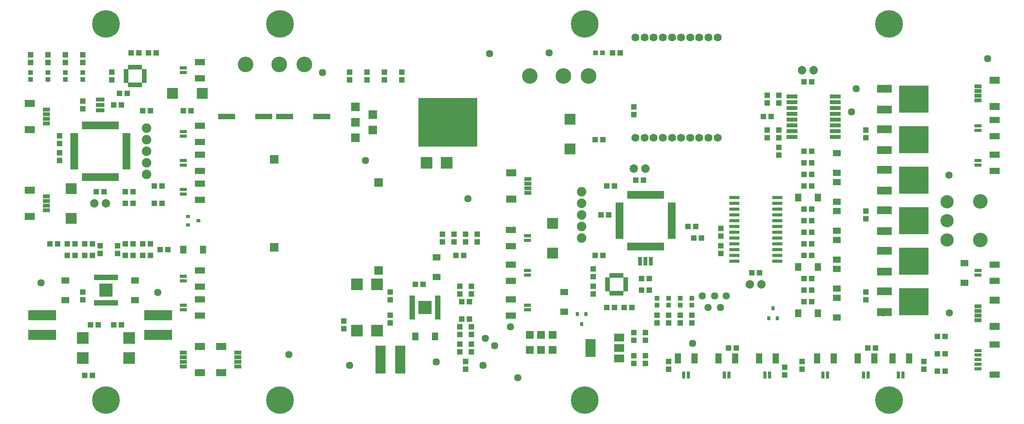
<source format=gts>
G75*
G70*
%OFA0B0*%
%FSLAX24Y24*%
%IPPOS*%
%LPD*%
%AMOC8*
5,1,8,0,0,1.08239X$1,22.5*
%
%ADD10R,0.0198X0.0671*%
%ADD11R,0.0671X0.0198*%
%ADD12R,0.0860X0.0290*%
%ADD13R,0.0513X0.0474*%
%ADD14R,0.0474X0.0513*%
%ADD15R,0.0580X0.0659*%
%ADD16R,0.0659X0.0580*%
%ADD17C,0.0730*%
%ADD18R,0.1261X0.0710*%
%ADD19R,0.2550X0.2360*%
%ADD20R,0.0611X0.0316*%
%ADD21R,0.0867X0.0552*%
%ADD22R,0.0870X0.0670*%
%ADD23R,0.0870X0.1580*%
%ADD24C,0.0820*%
%ADD25C,0.0680*%
%ADD26R,0.0395X0.0395*%
%ADD27R,0.0966X0.0336*%
%ADD28R,0.0316X0.0611*%
%ADD29R,0.0552X0.0867*%
%ADD30R,0.0316X0.0336*%
%ADD31R,0.0356X0.0749*%
%ADD32C,0.1261*%
%ADD33C,0.1145*%
%ADD34R,0.0218X0.0415*%
%ADD35R,0.0395X0.0218*%
%ADD36C,0.2380*%
%ADD37R,0.0749X0.0356*%
%ADD38R,0.0336X0.0316*%
%ADD39R,0.0714X0.0714*%
%ADD40R,0.0493X0.0257*%
%ADD41R,0.1182X0.1182*%
%ADD42R,0.1025X0.1025*%
%ADD43R,0.0867X0.2442*%
%ADD44R,0.0966X0.0966*%
%ADD45R,0.0257X0.0493*%
%ADD46R,0.2442X0.0867*%
%ADD47R,0.0753X0.0753*%
%ADD48C,0.2030*%
%ADD49R,0.5080X0.4230*%
%ADD50R,0.1458X0.0474*%
%ADD51R,0.0615X0.0336*%
%ADD52R,0.0907X0.0592*%
%ADD53C,0.1346*%
%ADD54C,0.1340*%
%ADD55C,0.0634*%
D10*
X005675Y021357D03*
X005872Y021357D03*
X006069Y021357D03*
X006265Y021357D03*
X006462Y021357D03*
X006659Y021357D03*
X006856Y021357D03*
X007053Y021357D03*
X007250Y021357D03*
X007446Y021357D03*
X007643Y021357D03*
X007840Y021357D03*
X008037Y021357D03*
X008234Y021357D03*
X008431Y021357D03*
X008628Y021357D03*
X008628Y025845D03*
X008431Y025845D03*
X008234Y025845D03*
X008037Y025845D03*
X007840Y025845D03*
X007643Y025845D03*
X007446Y025845D03*
X007250Y025845D03*
X007053Y025845D03*
X006856Y025845D03*
X006659Y025845D03*
X006462Y025845D03*
X006265Y025845D03*
X006069Y025845D03*
X005872Y025845D03*
X005675Y025845D03*
X052675Y019845D03*
X052872Y019845D03*
X053069Y019845D03*
X053265Y019845D03*
X053462Y019845D03*
X053659Y019845D03*
X053856Y019845D03*
X054053Y019845D03*
X054250Y019845D03*
X054446Y019845D03*
X054643Y019845D03*
X054840Y019845D03*
X055037Y019845D03*
X055234Y019845D03*
X055431Y019845D03*
X055628Y019845D03*
X055628Y015357D03*
X055431Y015357D03*
X055234Y015357D03*
X055037Y015357D03*
X054840Y015357D03*
X054643Y015357D03*
X054446Y015357D03*
X054250Y015357D03*
X054053Y015357D03*
X053856Y015357D03*
X053659Y015357D03*
X053462Y015357D03*
X053265Y015357D03*
X053069Y015357D03*
X052872Y015357D03*
X052675Y015357D03*
D11*
X051907Y016124D03*
X051907Y016321D03*
X051907Y016518D03*
X051907Y016715D03*
X051907Y016912D03*
X051907Y017109D03*
X051907Y017306D03*
X051907Y017502D03*
X051907Y017699D03*
X051907Y017896D03*
X051907Y018093D03*
X051907Y018290D03*
X051907Y018487D03*
X051907Y018683D03*
X051907Y018880D03*
X051907Y019077D03*
X056395Y019077D03*
X056395Y018880D03*
X056395Y018683D03*
X056395Y018487D03*
X056395Y018290D03*
X056395Y018093D03*
X056395Y017896D03*
X056395Y017699D03*
X056395Y017502D03*
X056395Y017306D03*
X056395Y017109D03*
X056395Y016912D03*
X056395Y016715D03*
X056395Y016518D03*
X056395Y016321D03*
X056395Y016124D03*
X009395Y022124D03*
X009395Y022321D03*
X009395Y022518D03*
X009395Y022715D03*
X009395Y022912D03*
X009395Y023109D03*
X009395Y023306D03*
X009395Y023502D03*
X009395Y023699D03*
X009395Y023896D03*
X009395Y024093D03*
X009395Y024290D03*
X009395Y024487D03*
X009395Y024683D03*
X009395Y024880D03*
X009395Y025077D03*
X004907Y025077D03*
X004907Y024880D03*
X004907Y024683D03*
X004907Y024487D03*
X004907Y024290D03*
X004907Y024093D03*
X004907Y023896D03*
X004907Y023699D03*
X004907Y023502D03*
X004907Y023306D03*
X004907Y023109D03*
X004907Y022912D03*
X004907Y022715D03*
X004907Y022518D03*
X004907Y022321D03*
X004907Y022124D03*
D12*
X061806Y019601D03*
X061806Y019101D03*
X061806Y018601D03*
X061806Y018101D03*
X061806Y017601D03*
X061806Y017101D03*
X061806Y016601D03*
X061806Y016101D03*
X061806Y015601D03*
X061806Y015101D03*
X061806Y014601D03*
X061806Y014101D03*
X065496Y014101D03*
X065496Y014601D03*
X065496Y015101D03*
X065496Y015601D03*
X065496Y016101D03*
X065496Y016601D03*
X065496Y017101D03*
X065496Y017601D03*
X065496Y018101D03*
X065496Y018601D03*
X065496Y019101D03*
X065496Y019601D03*
D13*
X067817Y021601D03*
X068486Y021601D03*
X065651Y023266D03*
X065651Y023935D03*
X065651Y024766D03*
X064651Y024766D03*
X064651Y025435D03*
X065651Y025435D03*
X064986Y026601D03*
X064317Y026601D03*
X067817Y029601D03*
X068486Y029601D03*
X073151Y025435D03*
X073151Y024766D03*
X073151Y018435D03*
X073151Y017766D03*
X068486Y015601D03*
X067817Y015601D03*
X063986Y013101D03*
X063317Y013101D03*
X067817Y011601D03*
X068486Y011601D03*
X073151Y011435D03*
X073151Y010766D03*
X078151Y005435D03*
X078151Y004766D03*
X067651Y004766D03*
X067651Y005435D03*
X066151Y004935D03*
X066151Y004266D03*
X056151Y004766D03*
X056151Y005435D03*
X056151Y008766D03*
X056151Y009435D03*
X055151Y009435D03*
X055151Y008766D03*
X057151Y008766D03*
X057151Y009435D03*
X058151Y009435D03*
X058151Y008766D03*
X052986Y010101D03*
X052317Y010101D03*
X051486Y010101D03*
X050817Y010101D03*
X053817Y011601D03*
X054486Y011601D03*
X058317Y016101D03*
X058986Y016101D03*
X058486Y017101D03*
X057817Y017101D03*
X060651Y016935D03*
X060651Y016266D03*
X050986Y018101D03*
X050317Y018101D03*
X050817Y020601D03*
X051486Y020601D03*
X053317Y021101D03*
X053986Y021101D03*
X038651Y016435D03*
X038651Y015766D03*
X037651Y015766D03*
X036651Y015766D03*
X036651Y016435D03*
X037651Y016435D03*
X034986Y012101D03*
X034317Y012101D03*
X038151Y011935D03*
X038151Y011266D03*
X038151Y008435D03*
X038151Y007766D03*
X038151Y006935D03*
X039151Y006935D03*
X039151Y006266D03*
X038151Y006266D03*
X012986Y015101D03*
X012317Y015101D03*
X009986Y015601D03*
X009317Y015601D03*
X008651Y015435D03*
X008651Y014766D03*
X007151Y014766D03*
X007151Y015435D03*
X006486Y015601D03*
X005817Y015601D03*
X003486Y015601D03*
X002817Y015601D03*
X006817Y020101D03*
X007486Y020101D03*
X009317Y020101D03*
X009986Y020101D03*
X005651Y027266D03*
X005651Y027935D03*
X008317Y027601D03*
X008986Y027601D03*
X008817Y028601D03*
X009486Y028601D03*
X005651Y031266D03*
X005651Y031935D03*
X004151Y031935D03*
X002651Y031935D03*
X002651Y031266D03*
X004151Y031266D03*
X001151Y031266D03*
X001151Y031935D03*
X009817Y032101D03*
X010486Y032101D03*
X011317Y032101D03*
X011986Y032101D03*
X028651Y030435D03*
X028651Y029766D03*
X030151Y029766D03*
X031651Y029766D03*
X031651Y030435D03*
X030151Y030435D03*
X008986Y008601D03*
X008317Y008601D03*
X006986Y008601D03*
X006317Y008601D03*
X006486Y004251D03*
X005817Y004251D03*
D14*
X005651Y010766D03*
X005651Y011435D03*
X005817Y014601D03*
X006486Y014601D03*
X004986Y014601D03*
X004317Y014601D03*
X004317Y015601D03*
X004986Y015601D03*
X009317Y014601D03*
X009986Y014601D03*
X010817Y014601D03*
X011486Y014601D03*
X011486Y015601D03*
X010817Y015601D03*
X009986Y019101D03*
X009317Y019101D03*
X011817Y019101D03*
X012486Y019101D03*
X012486Y020601D03*
X011817Y020601D03*
X003651Y022816D03*
X003651Y023485D03*
X003651Y024266D03*
X003651Y024935D03*
X010817Y027101D03*
X011486Y027101D03*
X014317Y027101D03*
X014986Y027101D03*
X008151Y029766D03*
X008151Y030435D03*
X033151Y030435D03*
X033151Y029766D03*
X049817Y024601D03*
X050486Y024601D03*
X053151Y026766D03*
X053151Y027435D03*
X051986Y032101D03*
X051317Y032101D03*
X064651Y028435D03*
X065651Y028435D03*
X065651Y027766D03*
X064651Y027766D03*
X067817Y023601D03*
X068486Y023601D03*
X068486Y022601D03*
X067817Y022601D03*
X067817Y020601D03*
X068486Y020601D03*
X068486Y018601D03*
X067817Y018601D03*
X067817Y017601D03*
X068486Y017601D03*
X068486Y016601D03*
X067817Y016601D03*
X067817Y014601D03*
X068486Y014601D03*
X068486Y012601D03*
X067817Y012601D03*
X067817Y010601D03*
X068486Y010601D03*
X073317Y006601D03*
X073986Y006601D03*
X079317Y006101D03*
X079986Y006101D03*
X079986Y007601D03*
X079317Y007601D03*
X079317Y004601D03*
X079986Y004601D03*
X061986Y006601D03*
X061317Y006601D03*
X054151Y007266D03*
X053151Y007266D03*
X053151Y007935D03*
X054151Y007935D03*
X054151Y005935D03*
X053151Y005935D03*
X053151Y005266D03*
X054151Y005266D03*
X049651Y011266D03*
X049651Y011935D03*
X049651Y012766D03*
X049651Y013435D03*
X049817Y014601D03*
X050486Y014601D03*
X053817Y012601D03*
X054486Y012601D03*
X060651Y014766D03*
X060651Y015435D03*
X039651Y015766D03*
X039651Y016435D03*
X038486Y014601D03*
X037817Y014601D03*
X039151Y011935D03*
X039151Y011266D03*
X038986Y010601D03*
X038317Y010601D03*
X038317Y009101D03*
X038986Y009101D03*
X039151Y008435D03*
X039151Y007766D03*
X038651Y005435D03*
X038651Y004766D03*
X032151Y008766D03*
X032151Y009435D03*
X032151Y010766D03*
X032151Y011435D03*
X028151Y008935D03*
X028151Y008266D03*
D15*
X034305Y007601D03*
X035998Y007601D03*
X015998Y015101D03*
X014305Y015101D03*
X067305Y013601D03*
X068998Y013601D03*
X068998Y009601D03*
X067305Y009601D03*
X067305Y019601D03*
X068998Y019601D03*
D16*
X070651Y019254D03*
X070651Y018447D03*
X070651Y016754D03*
X070651Y015947D03*
X070651Y014254D03*
X070651Y013447D03*
X070651Y011754D03*
X070651Y010947D03*
X070651Y009254D03*
X081651Y012254D03*
X081651Y013947D03*
X070651Y020947D03*
X070651Y021754D03*
X070651Y023447D03*
X047151Y011447D03*
X047151Y009754D03*
X036151Y012754D03*
X036151Y014447D03*
X010151Y012447D03*
X010151Y010754D03*
X004151Y010754D03*
X004151Y012447D03*
D17*
X006651Y019101D03*
X007651Y019101D03*
X053151Y022101D03*
X054151Y022101D03*
X067651Y030601D03*
X068651Y030601D03*
X064151Y012101D03*
X063151Y012101D03*
D18*
X074741Y011501D03*
X074741Y013201D03*
X074741Y015001D03*
X074741Y016701D03*
X074741Y018501D03*
X074741Y020201D03*
X074741Y022001D03*
X074741Y023701D03*
X074741Y025501D03*
X074741Y027201D03*
X074741Y029001D03*
X074741Y009701D03*
D19*
X077276Y010601D03*
X077276Y014101D03*
X077276Y017601D03*
X077276Y021101D03*
X077276Y024601D03*
X077276Y028101D03*
D20*
X082811Y025798D03*
X082811Y025404D03*
X082811Y022798D03*
X082811Y022404D03*
X082811Y013298D03*
X082811Y012904D03*
X082811Y006388D03*
X082811Y005994D03*
X082811Y005601D03*
X082811Y005207D03*
X082811Y004813D03*
X043992Y009904D03*
X043992Y010298D03*
X043992Y012904D03*
X043992Y013298D03*
X043992Y015904D03*
X043992Y016298D03*
X014311Y012798D03*
X014311Y012404D03*
X014311Y010298D03*
X014311Y009904D03*
X014311Y019904D03*
X014311Y020298D03*
X014311Y022404D03*
X014311Y022798D03*
X014311Y024904D03*
X014311Y025298D03*
X014311Y030404D03*
X014311Y030798D03*
D21*
X015757Y031309D03*
X015757Y029892D03*
X015757Y025809D03*
X015757Y024392D03*
X015757Y023309D03*
X015757Y021892D03*
X015757Y020809D03*
X015757Y019392D03*
X015757Y013309D03*
X015757Y011892D03*
X015757Y010809D03*
X015757Y009392D03*
X042545Y009392D03*
X042545Y010809D03*
X042545Y012392D03*
X042545Y013809D03*
X042545Y015392D03*
X042545Y016809D03*
X084257Y013809D03*
X084257Y012392D03*
X084257Y006900D03*
X084257Y004302D03*
X084257Y021892D03*
X084257Y023309D03*
X084257Y024892D03*
X084257Y026309D03*
D22*
X051891Y007511D03*
X051891Y006611D03*
X051891Y005711D03*
D23*
X049411Y006601D03*
D24*
X048651Y016101D03*
X048651Y017101D03*
X048651Y018101D03*
X048651Y019101D03*
X048651Y020101D03*
X011151Y021601D03*
X011151Y022601D03*
X011151Y023601D03*
X011151Y024601D03*
X011151Y025601D03*
D25*
X053277Y024770D03*
X054065Y024770D03*
X054852Y024770D03*
X055639Y024770D03*
X056427Y024770D03*
X057214Y024770D03*
X058002Y024770D03*
X058789Y024770D03*
X059576Y024770D03*
X060364Y024770D03*
X060364Y033431D03*
X059576Y033431D03*
X058789Y033431D03*
X058002Y033431D03*
X057214Y033431D03*
X056427Y033431D03*
X055639Y033431D03*
X054852Y033431D03*
X054065Y033431D03*
X053277Y033431D03*
D26*
X050446Y032101D03*
X049856Y032101D03*
X005651Y030396D03*
X005651Y029806D03*
X004151Y029806D03*
X002651Y029806D03*
X002651Y030396D03*
X004151Y030396D03*
X001151Y030396D03*
X001151Y029806D03*
X055151Y010896D03*
X055151Y010306D03*
X056151Y010306D03*
X056151Y010896D03*
X057151Y010896D03*
X057151Y010306D03*
X058151Y010306D03*
X058151Y010896D03*
D27*
X066781Y024851D03*
X066781Y025351D03*
X066781Y025851D03*
X066781Y026351D03*
X066781Y026851D03*
X066781Y027351D03*
X066781Y027851D03*
X066781Y028351D03*
X070521Y028351D03*
X070521Y027851D03*
X070521Y027351D03*
X070521Y026851D03*
X070521Y026351D03*
X070521Y025851D03*
X070521Y025351D03*
X070521Y024851D03*
D28*
X069848Y004260D03*
X069454Y004260D03*
X072954Y004260D03*
X073348Y004260D03*
X075954Y004260D03*
X076348Y004260D03*
X064848Y004260D03*
X064454Y004260D03*
X061348Y004260D03*
X060954Y004260D03*
X057848Y004260D03*
X057454Y004260D03*
D29*
X056943Y005707D03*
X058360Y005707D03*
X060443Y005707D03*
X061860Y005707D03*
X063943Y005707D03*
X065360Y005707D03*
X068943Y005707D03*
X070360Y005707D03*
X072443Y005707D03*
X073860Y005707D03*
X075443Y005707D03*
X076860Y005707D03*
D30*
X065525Y009158D03*
X064777Y009158D03*
X065151Y010044D03*
X049025Y009544D03*
X048277Y009544D03*
X048651Y008658D03*
D31*
X053679Y014101D03*
X054151Y014101D03*
X054624Y014101D03*
D32*
X083021Y015946D03*
X083021Y019256D03*
D33*
X080151Y019251D03*
X080151Y017601D03*
X080151Y015951D03*
D34*
X052143Y012878D03*
X051946Y012878D03*
X051750Y012878D03*
X051553Y012878D03*
X051356Y012878D03*
X051159Y012878D03*
X051159Y011323D03*
X051356Y011323D03*
X051553Y011323D03*
X051750Y011323D03*
X051946Y011323D03*
X052143Y011323D03*
X010643Y029323D03*
X010446Y029323D03*
X010250Y029323D03*
X010053Y029323D03*
X009856Y029323D03*
X009659Y029323D03*
X009659Y030878D03*
X009856Y030878D03*
X010053Y030878D03*
X010250Y030878D03*
X010446Y030878D03*
X010643Y030878D03*
D35*
X010939Y030593D03*
X010939Y030396D03*
X010939Y030199D03*
X010939Y030002D03*
X010939Y029806D03*
X010939Y029609D03*
X009364Y029609D03*
X009364Y029806D03*
X009364Y030002D03*
X009364Y030199D03*
X009364Y030396D03*
X009364Y030593D03*
X050864Y012593D03*
X050864Y012396D03*
X050864Y012199D03*
X050864Y012002D03*
X050864Y011806D03*
X050864Y011609D03*
X052439Y011609D03*
X052439Y011806D03*
X052439Y012002D03*
X052439Y012199D03*
X052439Y012396D03*
X052439Y012593D03*
D36*
X007651Y002101D03*
X022651Y002101D03*
X048901Y002101D03*
X075151Y002101D03*
X075151Y034601D03*
X048901Y034601D03*
X022651Y034601D03*
X007651Y034601D03*
D37*
X007151Y028073D03*
X007151Y027601D03*
X007151Y027128D03*
D38*
X014708Y017975D03*
X015594Y017601D03*
X014708Y017227D03*
D39*
X044171Y007751D03*
X045151Y007751D03*
X046131Y007751D03*
X046131Y006451D03*
X045151Y006451D03*
X044171Y006451D03*
D40*
X036244Y009205D03*
X036244Y009461D03*
X036244Y009717D03*
X036244Y009973D03*
X036244Y010229D03*
X036244Y010485D03*
X036244Y010741D03*
X036244Y010996D03*
X034059Y010996D03*
X034059Y010741D03*
X034059Y010485D03*
X034059Y010229D03*
X034059Y009973D03*
X034059Y009717D03*
X034059Y009461D03*
X034059Y009205D03*
D41*
X035151Y010101D03*
X007651Y011601D03*
D42*
X005651Y007467D03*
X005651Y005735D03*
X009651Y005735D03*
X009651Y007467D03*
X029285Y008101D03*
X031017Y008101D03*
X031017Y012101D03*
X029285Y012101D03*
X035285Y022601D03*
X037017Y022601D03*
D43*
X032998Y005601D03*
X031305Y005601D03*
D44*
X046151Y014821D03*
X046151Y017380D03*
X047651Y023821D03*
X047651Y026380D03*
X015931Y028601D03*
X013372Y028601D03*
X004651Y020380D03*
X004651Y017821D03*
D45*
X006756Y012693D03*
X007011Y012693D03*
X007267Y012693D03*
X007523Y012693D03*
X007779Y012693D03*
X008035Y012693D03*
X008291Y012693D03*
X008547Y012693D03*
X008547Y010508D03*
X008291Y010508D03*
X008035Y010508D03*
X007779Y010508D03*
X007523Y010508D03*
X007267Y010508D03*
X007011Y010508D03*
X006756Y010508D03*
D46*
X002151Y009447D03*
X002151Y007754D03*
X012151Y007754D03*
X012151Y009447D03*
D47*
X022151Y015301D03*
X031151Y013301D03*
X031151Y020901D03*
X029151Y024761D03*
X030651Y025431D03*
X029151Y026101D03*
X030651Y026771D03*
X029151Y027441D03*
X022151Y022901D03*
D48*
X038021Y026101D03*
D49*
X037121Y026101D03*
D50*
X026246Y026601D03*
X023057Y026601D03*
X021246Y026601D03*
X018057Y026601D03*
D51*
X002494Y026404D03*
X002494Y026798D03*
X002494Y027191D03*
X002494Y026010D03*
X002494Y019691D03*
X002494Y019298D03*
X002494Y018904D03*
X002494Y018510D03*
X014309Y006191D03*
X014309Y005798D03*
X014309Y005404D03*
X014309Y005010D03*
X018994Y005010D03*
X018994Y005404D03*
X018994Y005798D03*
X018994Y006191D03*
X043994Y020010D03*
X043994Y020404D03*
X043994Y020798D03*
X043994Y021191D03*
X082809Y028010D03*
X082809Y028404D03*
X082809Y028798D03*
X082809Y029191D03*
X082809Y010191D03*
X082809Y009798D03*
X082809Y009404D03*
X082809Y009010D03*
D52*
X084238Y008479D03*
X084238Y010723D03*
X084238Y027479D03*
X084238Y029723D03*
X042565Y021723D03*
X042565Y019479D03*
X017565Y006723D03*
X015738Y006723D03*
X015738Y004479D03*
X017565Y004479D03*
X001065Y017979D03*
X001065Y020223D03*
X001065Y025479D03*
X001065Y027723D03*
D53*
X022584Y031101D03*
X024750Y031101D03*
X047084Y030101D03*
X049250Y030101D03*
D54*
X044181Y030101D03*
X019681Y031101D03*
D55*
X026301Y030401D03*
X040701Y032051D03*
X045851Y032101D03*
X030001Y022801D03*
X038851Y019501D03*
X059051Y011101D03*
X060101Y011101D03*
X061101Y011101D03*
X060601Y010101D03*
X059551Y010101D03*
X058201Y007001D03*
X043151Y004051D03*
X040151Y005101D03*
X036101Y005401D03*
X040351Y007451D03*
X041151Y006801D03*
X042501Y008451D03*
X028651Y005101D03*
X023401Y006051D03*
X012101Y011401D03*
X002051Y012251D03*
X071901Y027001D03*
X072301Y029001D03*
X083651Y031601D03*
X080301Y021551D03*
X080351Y009651D03*
X074651Y009651D03*
M02*

</source>
